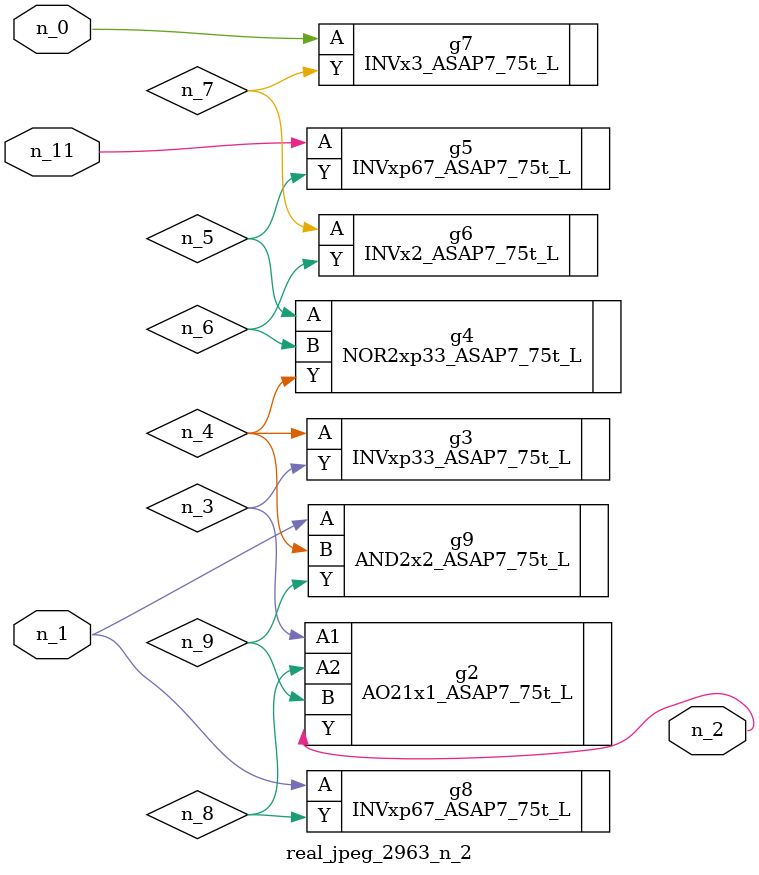
<source format=v>
module real_jpeg_2963_n_2 (n_1, n_11, n_0, n_2);

input n_1;
input n_11;
input n_0;

output n_2;

wire n_5;
wire n_8;
wire n_4;
wire n_6;
wire n_7;
wire n_3;
wire n_9;

INVx3_ASAP7_75t_L g7 ( 
.A(n_0),
.Y(n_7)
);

INVxp67_ASAP7_75t_L g8 ( 
.A(n_1),
.Y(n_8)
);

AND2x2_ASAP7_75t_L g9 ( 
.A(n_1),
.B(n_4),
.Y(n_9)
);

AO21x1_ASAP7_75t_L g2 ( 
.A1(n_3),
.A2(n_8),
.B(n_9),
.Y(n_2)
);

INVxp33_ASAP7_75t_L g3 ( 
.A(n_4),
.Y(n_3)
);

NOR2xp33_ASAP7_75t_L g4 ( 
.A(n_5),
.B(n_6),
.Y(n_4)
);

INVx2_ASAP7_75t_L g6 ( 
.A(n_7),
.Y(n_6)
);

INVxp67_ASAP7_75t_L g5 ( 
.A(n_11),
.Y(n_5)
);


endmodule
</source>
